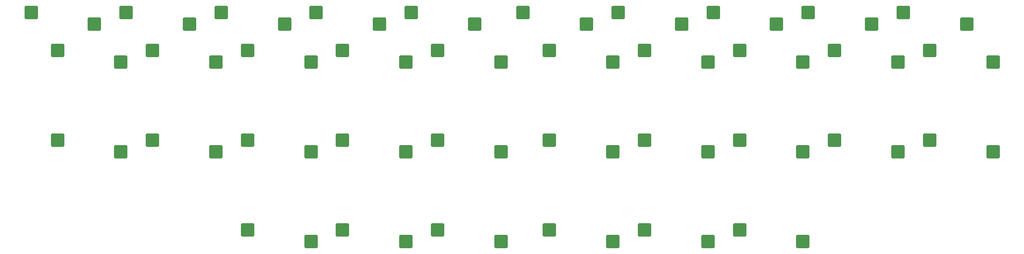
<source format=gbr>
%TF.GenerationSoftware,KiCad,Pcbnew,8.0.1*%
%TF.CreationDate,2024-03-30T18:05:25+05:00*%
%TF.ProjectId,pcb,7063622e-6b69-4636-9164-5f7063625858,rev?*%
%TF.SameCoordinates,Original*%
%TF.FileFunction,Paste,Bot*%
%TF.FilePolarity,Positive*%
%FSLAX46Y46*%
G04 Gerber Fmt 4.6, Leading zero omitted, Abs format (unit mm)*
G04 Created by KiCad (PCBNEW 8.0.1) date 2024-03-30 18:05:25*
%MOMM*%
%LPD*%
G01*
G04 APERTURE LIST*
G04 Aperture macros list*
%AMRoundRect*
0 Rectangle with rounded corners*
0 $1 Rounding radius*
0 $2 $3 $4 $5 $6 $7 $8 $9 X,Y pos of 4 corners*
0 Add a 4 corners polygon primitive as box body*
4,1,4,$2,$3,$4,$5,$6,$7,$8,$9,$2,$3,0*
0 Add four circle primitives for the rounded corners*
1,1,$1+$1,$2,$3*
1,1,$1+$1,$4,$5*
1,1,$1+$1,$6,$7*
1,1,$1+$1,$8,$9*
0 Add four rect primitives between the rounded corners*
20,1,$1+$1,$2,$3,$4,$5,0*
20,1,$1+$1,$4,$5,$6,$7,0*
20,1,$1+$1,$6,$7,$8,$9,0*
20,1,$1+$1,$8,$9,$2,$3,0*%
G04 Aperture macros list end*
%ADD10RoundRect,0.250000X-1.025000X-1.000000X1.025000X-1.000000X1.025000X1.000000X-1.025000X1.000000X0*%
%ADD11RoundRect,0.250000X1.025000X1.000000X-1.025000X1.000000X-1.025000X-1.000000X1.025000X-1.000000X0*%
G04 APERTURE END LIST*
D10*
%TO.C,SW26*%
X193700000Y-78000000D03*
X205700000Y-80200000D03*
%TD*%
%TO.C,SW2*%
X46500000Y-61000000D03*
X58500000Y-63200000D03*
%TD*%
%TO.C,SW10*%
X82500000Y-95000000D03*
X94500000Y-97200000D03*
%TD*%
%TO.C,SW14*%
X100500000Y-95000000D03*
X112500000Y-97200000D03*
%TD*%
%TO.C,SW36*%
X139700000Y-61000000D03*
X151700000Y-63200000D03*
%TD*%
D11*
%TO.C,SW15*%
X125500000Y-56000000D03*
X113500000Y-53800000D03*
%TD*%
D10*
%TO.C,SW9*%
X82500000Y-78000000D03*
X94500000Y-80200000D03*
%TD*%
D11*
%TO.C,SW27*%
X182699998Y-56000000D03*
X170699998Y-53800000D03*
%TD*%
D10*
%TO.C,SW18*%
X118500000Y-95000000D03*
X130500000Y-97200000D03*
%TD*%
%TO.C,SW38*%
X139700000Y-95000000D03*
X151700000Y-97200000D03*
%TD*%
%TO.C,SW17*%
X118500000Y-78000000D03*
X130500000Y-80200000D03*
%TD*%
D11*
%TO.C,SW4*%
X71500000Y-56000000D03*
X59500000Y-53800000D03*
%TD*%
%TO.C,SW7*%
X89500000Y-56000000D03*
X77500000Y-53800000D03*
%TD*%
D10*
%TO.C,SW23*%
X211700000Y-78000000D03*
X223700000Y-80200000D03*
%TD*%
%TO.C,SW16*%
X118500000Y-61000000D03*
X130500000Y-63200000D03*
%TD*%
%TO.C,SW12*%
X100500000Y-61000000D03*
X112500000Y-63200000D03*
%TD*%
%TO.C,SW34*%
X157700000Y-95000000D03*
X169700000Y-97200000D03*
%TD*%
D11*
%TO.C,SW35*%
X146699998Y-56000000D03*
X134699998Y-53800000D03*
%TD*%
D10*
%TO.C,SW6*%
X64500000Y-78000000D03*
X76500000Y-80200000D03*
%TD*%
%TO.C,SW37*%
X139700000Y-78000000D03*
X151700000Y-80200000D03*
%TD*%
%TO.C,SW28*%
X175700000Y-61000000D03*
X187700000Y-63200000D03*
%TD*%
%TO.C,SW30*%
X175700000Y-95000000D03*
X187700000Y-97200000D03*
%TD*%
%TO.C,SW25*%
X193700000Y-61000000D03*
X205700000Y-63200000D03*
%TD*%
%TO.C,SW29*%
X175700000Y-78000000D03*
X187700000Y-80200000D03*
%TD*%
D11*
%TO.C,SW1*%
X53500000Y-56000000D03*
X41500000Y-53800000D03*
%TD*%
%TO.C,SW11*%
X107500000Y-56000000D03*
X95500000Y-53800000D03*
%TD*%
D10*
%TO.C,SW5*%
X64500000Y-61000000D03*
X76500000Y-63200000D03*
%TD*%
%TO.C,SW33*%
X157700000Y-78000000D03*
X169700000Y-80200000D03*
%TD*%
D11*
%TO.C,SW24*%
X200699998Y-56000000D03*
X188699998Y-53800000D03*
%TD*%
D10*
%TO.C,SW32*%
X157700000Y-61000000D03*
X169700000Y-63200000D03*
%TD*%
%TO.C,SW3*%
X46500000Y-78000000D03*
X58500000Y-80200000D03*
%TD*%
%TO.C,SW8*%
X82500000Y-61000000D03*
X94500000Y-63200000D03*
%TD*%
%TO.C,SW22*%
X211700000Y-61000000D03*
X223700000Y-63200000D03*
%TD*%
D11*
%TO.C,SW21*%
X218699998Y-56000000D03*
X206699998Y-53800000D03*
%TD*%
D10*
%TO.C,SW13*%
X100500000Y-78000000D03*
X112500000Y-80200000D03*
%TD*%
D11*
%TO.C,SW31*%
X164699998Y-56000000D03*
X152699998Y-53800000D03*
%TD*%
M02*

</source>
